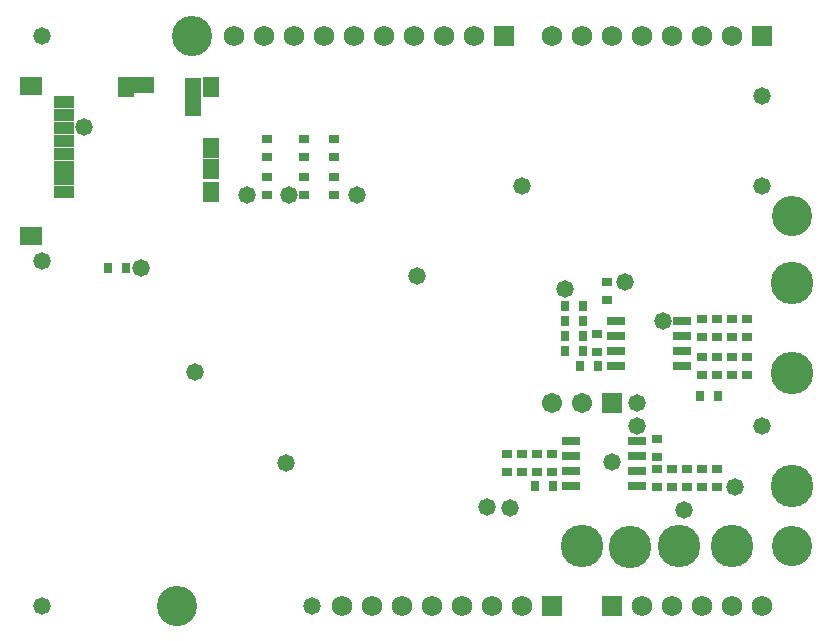
<source format=gts>
%FSLAX44Y44*%
%MOMM*%
G71*
G01*
G75*
G04 Layer_Color=8388736*
G04:AMPARAMS|DCode=10|XSize=0.7112mm|YSize=0.8128mm|CornerRadius=0.0711mm|HoleSize=0mm|Usage=FLASHONLY|Rotation=270.000|XOffset=0mm|YOffset=0mm|HoleType=Round|Shape=RoundedRectangle|*
%AMROUNDEDRECTD10*
21,1,0.7112,0.6706,0,0,270.0*
21,1,0.5690,0.8128,0,0,270.0*
1,1,0.1422,-0.3353,-0.2845*
1,1,0.1422,-0.3353,0.2845*
1,1,0.1422,0.3353,0.2845*
1,1,0.1422,0.3353,-0.2845*
%
%ADD10ROUNDEDRECTD10*%
G04:AMPARAMS|DCode=11|XSize=0.7112mm|YSize=0.8128mm|CornerRadius=0.0711mm|HoleSize=0mm|Usage=FLASHONLY|Rotation=180.000|XOffset=0mm|YOffset=0mm|HoleType=Round|Shape=RoundedRectangle|*
%AMROUNDEDRECTD11*
21,1,0.7112,0.6706,0,0,180.0*
21,1,0.5690,0.8128,0,0,180.0*
1,1,0.1422,-0.2845,0.3353*
1,1,0.1422,0.2845,0.3353*
1,1,0.1422,0.2845,-0.3353*
1,1,0.1422,-0.2845,-0.3353*
%
%ADD11ROUNDEDRECTD11*%
G04:AMPARAMS|DCode=12|XSize=0.75mm|YSize=1.5mm|CornerRadius=0.075mm|HoleSize=0mm|Usage=FLASHONLY|Rotation=90.000|XOffset=0mm|YOffset=0mm|HoleType=Round|Shape=RoundedRectangle|*
%AMROUNDEDRECTD12*
21,1,0.7500,1.3500,0,0,90.0*
21,1,0.6000,1.5000,0,0,90.0*
1,1,0.1500,0.6750,0.3000*
1,1,0.1500,0.6750,-0.3000*
1,1,0.1500,-0.6750,-0.3000*
1,1,0.1500,-0.6750,0.3000*
%
%ADD12ROUNDEDRECTD12*%
%ADD13R,1.2000X1.5000*%
%ADD14R,1.5000X1.2000*%
%ADD15R,1.5000X0.8000*%
%ADD16R,1.7000X1.4000*%
%ADD17R,1.2000X3.0000*%
%ADD18C,0.2540*%
%ADD19C,3.6000*%
%ADD20R,1.5000X1.5000*%
%ADD21C,1.5000*%
%ADD22C,1.5240*%
%ADD23R,1.5240X1.5240*%
%ADD24C,3.2000*%
%ADD25C,1.2700*%
%ADD26C,0.2032*%
%ADD27C,0.1524*%
%ADD28C,0.2000*%
%ADD29C,0.0127*%
%ADD30C,0.1270*%
%ADD31R,1.4032X1.7032*%
%ADD32R,1.7032X1.4032*%
%ADD33R,1.7032X1.0032*%
%ADD34R,1.9032X1.6032*%
%ADD35R,1.4032X3.2032*%
%ADD36R,1.7032X1.7032*%
%ADD37C,1.7032*%
%ADD38C,1.7272*%
%ADD39R,1.7272X1.7272*%
%ADD40C,3.4032*%
%ADD41C,1.4732*%
D10*
X596900Y125730D02*
D03*
Y140970D02*
D03*
X584200Y125730D02*
D03*
Y140970D02*
D03*
X571500Y125730D02*
D03*
Y140970D02*
D03*
X558800Y125730D02*
D03*
Y140970D02*
D03*
X546100Y125730D02*
D03*
Y140970D02*
D03*
X431800Y138430D02*
D03*
Y153670D02*
D03*
X444500Y138430D02*
D03*
Y153670D02*
D03*
X457200Y138430D02*
D03*
Y153670D02*
D03*
X419100D02*
D03*
Y138430D02*
D03*
X273050Y373380D02*
D03*
Y388620D02*
D03*
X247650Y405130D02*
D03*
Y420370D02*
D03*
Y388620D02*
D03*
Y373380D02*
D03*
X215900Y420370D02*
D03*
Y405130D02*
D03*
Y388620D02*
D03*
Y373380D02*
D03*
X495300Y240030D02*
D03*
Y255270D02*
D03*
X622300Y220980D02*
D03*
Y236220D02*
D03*
X609600Y220980D02*
D03*
Y236220D02*
D03*
X596900Y220980D02*
D03*
Y236220D02*
D03*
X584200Y220980D02*
D03*
Y236220D02*
D03*
X609600Y252730D02*
D03*
Y267970D02*
D03*
X596900D02*
D03*
Y252730D02*
D03*
X584200Y267970D02*
D03*
Y252730D02*
D03*
X622300D02*
D03*
Y267970D02*
D03*
X504190Y299720D02*
D03*
Y284480D02*
D03*
X546100Y166370D02*
D03*
Y151130D02*
D03*
X273050Y405130D02*
D03*
Y420370D02*
D03*
D11*
X458470Y127000D02*
D03*
X443230D02*
D03*
X496570Y228600D02*
D03*
X481330D02*
D03*
X483870Y241300D02*
D03*
X468630D02*
D03*
Y254000D02*
D03*
X483870D02*
D03*
X468630Y266700D02*
D03*
X483870D02*
D03*
X468630Y279400D02*
D03*
X483870D02*
D03*
X582930Y203200D02*
D03*
X598170D02*
D03*
X96520Y311150D02*
D03*
X81280D02*
D03*
D12*
X529590Y127000D02*
D03*
Y139700D02*
D03*
Y152400D02*
D03*
Y165100D02*
D03*
X473710Y127000D02*
D03*
Y139700D02*
D03*
Y152400D02*
D03*
Y165100D02*
D03*
X567690Y228600D02*
D03*
Y241300D02*
D03*
Y254000D02*
D03*
Y266700D02*
D03*
X511810Y228600D02*
D03*
Y241300D02*
D03*
Y254000D02*
D03*
Y266700D02*
D03*
D19*
X523236Y74930D02*
D03*
X482600Y76200D02*
D03*
X660400Y298450D02*
D03*
Y222250D02*
D03*
Y127000D02*
D03*
X565150Y76200D02*
D03*
X609600D02*
D03*
D31*
X168350Y395200D02*
D03*
Y375200D02*
D03*
Y464200D02*
D03*
Y413200D02*
D03*
X96350Y464200D02*
D03*
D32*
X112350Y466200D02*
D03*
D33*
X44350Y452200D02*
D03*
Y441200D02*
D03*
Y430200D02*
D03*
Y419200D02*
D03*
Y408200D02*
D03*
Y397200D02*
D03*
Y386200D02*
D03*
Y375200D02*
D03*
D34*
X16350Y338200D02*
D03*
Y465200D02*
D03*
D35*
X153350Y456200D02*
D03*
D36*
X508000Y196850D02*
D03*
D37*
X482600D02*
D03*
X457200D02*
D03*
D38*
X406400Y25400D02*
D03*
X431800D02*
D03*
X279400D02*
D03*
X304800D02*
D03*
X330200D02*
D03*
X355600D02*
D03*
X381000D02*
D03*
X584200Y508000D02*
D03*
X609600D02*
D03*
X457200D02*
D03*
X482600D02*
D03*
X508000D02*
D03*
X533400D02*
D03*
X558800D02*
D03*
X187960D02*
D03*
X213360D02*
D03*
X238760D02*
D03*
X264160D02*
D03*
X289560D02*
D03*
X314960D02*
D03*
X340360D02*
D03*
X365760D02*
D03*
X391160D02*
D03*
X635000Y25400D02*
D03*
X609600D02*
D03*
X584200D02*
D03*
X558800D02*
D03*
X533400D02*
D03*
D39*
X457200D02*
D03*
X635000Y508000D02*
D03*
X416560D02*
D03*
X508000Y25400D02*
D03*
D40*
X152400Y508000D02*
D03*
X139700Y25400D02*
D03*
X660400Y355600D02*
D03*
Y76200D02*
D03*
D41*
X232410Y146050D02*
D03*
X154940Y223520D02*
D03*
X342900Y304800D02*
D03*
X431800Y381000D02*
D03*
X635000Y177800D02*
D03*
Y381000D02*
D03*
Y457200D02*
D03*
X25400Y508000D02*
D03*
Y317500D02*
D03*
X254000Y25400D02*
D03*
X25400D02*
D03*
X421640Y107950D02*
D03*
X402590Y109220D02*
D03*
X109220Y311150D02*
D03*
X292100Y373380D02*
D03*
X234950D02*
D03*
X199390D02*
D03*
X60960Y430530D02*
D03*
X529590Y196850D02*
D03*
X508000Y147320D02*
D03*
X568960Y106680D02*
D03*
X612140Y125730D02*
D03*
X529590Y177800D02*
D03*
X468630Y293370D02*
D03*
X551180Y266700D02*
D03*
X519430Y299720D02*
D03*
M02*

</source>
